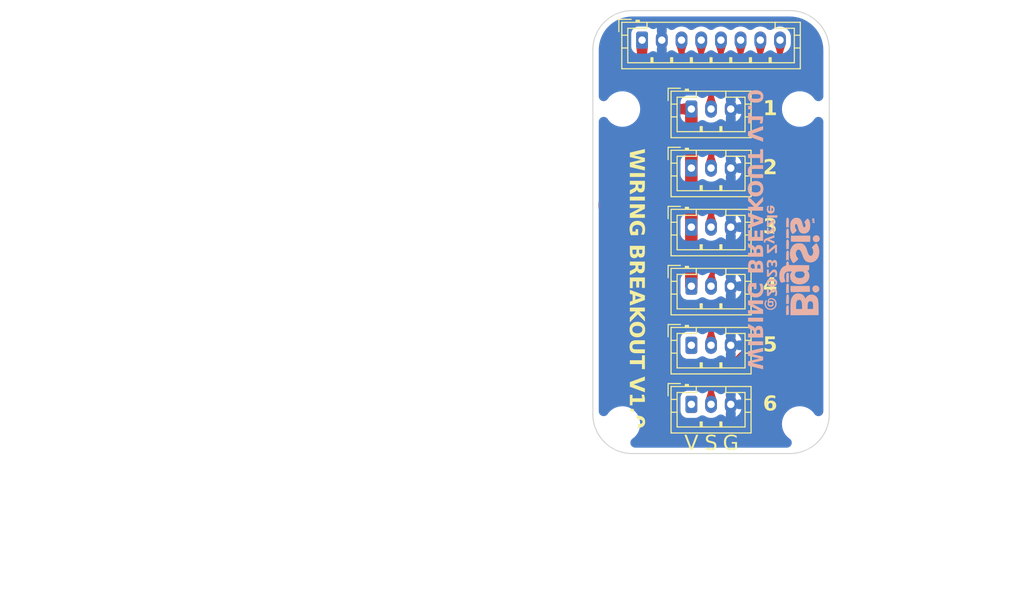
<source format=kicad_pcb>
(kicad_pcb (version 20221018) (generator pcbnew)
  (layers (0 "F.Cu" signal) (31 "B.Cu" signal) (34 "B.Paste" user) (35 "F.Paste" user) (36 "B.SilkS" user "B.Silkscreen") (37 "F.SilkS" user "F.Silkscreen") (38 "B.Mask" user) (39 "F.Mask" user) (44 "Edge.Cuts" user))
  (net 0 "")
  (net 1 "+5V")
  (net 2 "/SIG_1")
  (net 3 "GND")
  (net 4 "/SIG_2")
  (net 5 "/SIG_3")
  (net 6 "/SIG_4")
  (net 7 "/SIG_5")
  (net 8 "/SIG_6")
  (footprint "Connector_JST:JST_PH_B3B-PH-K_1x03_P2.00mm_Vertical" (layer "F.Cu") (at 80 67)
    (fp_text reference "J2" hide)
    (fp_text value "Conn_01x03")
    (fp_line (start -2.36 -2.11) (end -2.36 -0.86) (stroke (width 0.12)) (layer "F.SilkS"))
    (fp_line (start -2.06 -1.81) (end -2.06 2.91) (stroke (width 0.12)) (layer "F.SilkS"))
    (fp_line (start -2.06 -0.5) (end -1.45 -0.5) (stroke (width 0.12)) (layer "F.SilkS"))
    (fp_line (start -2.06 0.8) (end -1.45 0.8) (stroke (width 0.12)) (layer "F.SilkS"))
    (fp_line (start -2.06 2.91) (end 6.06 2.91) (stroke (width 0.12)) (layer "F.SilkS"))
    (fp_line (start -1.45 -1.2) (end -1.45 2.3) (stroke (width 0.12)) (layer "F.SilkS"))
    (fp_line (start -1.45 2.3) (end 5.45 2.3) (stroke (width 0.12)) (layer "F.SilkS"))
    (fp_line (start -1.11 -2.11) (end -2.36 -2.11) (stroke (width 0.12)) (layer "F.SilkS"))
    (fp_line (start -0.6 -2.01) (end -0.6 -1.81) (stroke (width 0.12)) (layer "F.SilkS"))
    (fp_line (start -0.3 -2.01) (end -0.6 -2.01) (stroke (width 0.12)) (layer "F.SilkS"))
    (fp_line (start -0.3 -1.91) (end -0.6 -1.91) (stroke (width 0.12)) (layer "F.SilkS"))
    (fp_line (start -0.3 -1.81) (end -0.3 -2.01) (stroke (width 0.12)) (layer "F.SilkS"))
    (fp_line (start 0.5 -1.81) (end 0.5 -1.2) (stroke (width 0.12)) (layer "F.SilkS"))
    (fp_line (start 0.5 -1.2) (end -1.45 -1.2) (stroke (width 0.12)) (layer "F.SilkS"))
    (fp_line (start 0.9 1.8) (end 1.1 1.8) (stroke (width 0.12)) (layer "F.SilkS"))
    (fp_line (start 0.9 2.3) (end 0.9 1.8) (stroke (width 0.12)) (layer "F.SilkS"))
    (fp_line (start 1 2.3) (end 1 1.8) (stroke (width 0.12)) (layer "F.SilkS"))
    (fp_line (start 1.1 1.8) (end 1.1 2.3) (stroke (width 0.12)) (layer "F.SilkS"))
    (fp_line (start 2.9 1.8) (end 3.1 1.8) (stroke (width 0.12)) (layer "F.SilkS"))
    (fp_line (start 2.9 2.3) (end 2.9 1.8) (stroke (width 0.12)) (layer "F.SilkS"))
    (fp_line (start 3 2.3) (end 3 1.8) (stroke (width 0.12)) (layer "F.SilkS"))
    (fp_line (start 3.1 1.8) (end 3.1 2.3) (stroke (width 0.12)) (layer "F.SilkS"))
    (fp_line (start 3.5 -1.2) (end 3.5 -1.81) (stroke (width 0.12)) (layer "F.SilkS"))
    (fp_line (start 5.45 -1.2) (end 3.5 -1.2) (stroke (width 0.12)) (layer "F.SilkS"))
    (fp_line (start 5.45 2.3) (end 5.45 -1.2) (stroke (width 0.12)) (layer "F.SilkS"))
    (fp_line (start 6.06 -1.81) (end -2.06 -1.81) (stroke (width 0.12)) (layer "F.SilkS"))
    (fp_line (start 6.06 -0.5) (end 5.45 -0.5) (stroke (width 0.12)) (layer "F.SilkS"))
    (fp_line (start 6.06 0.8) (end 5.45 0.8) (stroke (width 0.12)) (layer "F.SilkS"))
    (fp_line (start 6.06 2.91) (end 6.06 -1.81) (stroke (width 0.12)) (layer "F.SilkS"))
    (pad "1" thru_hole roundrect (at 0 0) (size 1.2 1.75) (drill 0.75) (layers "*.Cu" "*.Mask") (roundrect_rratio 0.2083333333) (net 1 "+5V"))
    (pad "2" thru_hole oval (at 2 0) (size 1.2 1.75) (drill 0.75) (layers "*.Cu" "*.Mask") (net 4 "/SIG_2"))
    (pad "3" thru_hole oval (at 4 0) (size 1.2 1.75) (drill 0.75) (layers "*.Cu" "*.Mask") (net 3 "GND"))
  )
  (footprint "MountingHole:MountingHole_3.2mm_M3_ISO7380" (layer "F.Cu") (at 91 61)
    (fp_text reference "H4" hide)
    (fp_text value "MountingHole")
    (pad "" np_thru_hole circle (at 0 0) (size 3.2 3.2) (drill 3.2) (layers "*.Cu" "*.Mask"))
  )
  (footprint "Connector_JST:JST_PH_B3B-PH-K_1x03_P2.00mm_Vertical" (layer "F.Cu") (at 80 73)
    (fp_text reference "J3" hide)
    (fp_text value "Conn_01x03")
    (fp_line (start -2.36 -2.11) (end -2.36 -0.86) (stroke (width 0.12)) (layer "F.SilkS"))
    (fp_line (start -2.06 -1.81) (end -2.06 2.91) (stroke (width 0.12)) (layer "F.SilkS"))
    (fp_line (start -2.06 -0.5) (end -1.45 -0.5) (stroke (width 0.12)) (layer "F.SilkS"))
    (fp_line (start -2.06 0.8) (end -1.45 0.8) (stroke (width 0.12)) (layer "F.SilkS"))
    (fp_line (start -2.06 2.91) (end 6.06 2.91) (stroke (width 0.12)) (layer "F.SilkS"))
    (fp_line (start -1.45 -1.2) (end -1.45 2.3) (stroke (width 0.12)) (layer "F.SilkS"))
    (fp_line (start -1.45 2.3) (end 5.45 2.3) (stroke (width 0.12)) (layer "F.SilkS"))
    (fp_line (start -1.11 -2.11) (end -2.36 -2.11) (stroke (width 0.12)) (layer "F.SilkS"))
    (fp_line (start -0.6 -2.01) (end -0.6 -1.81) (stroke (width 0.12)) (layer "F.SilkS"))
    (fp_line (start -0.3 -2.01) (end -0.6 -2.01) (stroke (width 0.12)) (layer "F.SilkS"))
    (fp_line (start -0.3 -1.91) (end -0.6 -1.91) (stroke (width 0.12)) (layer "F.SilkS"))
    (fp_line (start -0.3 -1.81) (end -0.3 -2.01) (stroke (width 0.12)) (layer "F.SilkS"))
    (fp_line (start 0.5 -1.81) (end 0.5 -1.2) (stroke (width 0.12)) (layer "F.SilkS"))
    (fp_line (start 0.5 -1.2) (end -1.45 -1.2) (stroke (width 0.12)) (layer "F.SilkS"))
    (fp_line (start 0.9 1.8) (end 1.1 1.8) (stroke (width 0.12)) (layer "F.SilkS"))
    (fp_line (start 0.9 2.3) (end 0.9 1.8) (stroke (width 0.12)) (layer "F.SilkS"))
    (fp_line (start 1 2.3) (end 1 1.8) (stroke (width 0.12)) (layer "F.SilkS"))
    (fp_line (start 1.1 1.8) (end 1.1 2.3) (stroke (width 0.12)) (layer "F.SilkS"))
    (fp_line (start 2.9 1.8) (end 3.1 1.8) (stroke (width 0.12)) (layer "F.SilkS"))
    (fp_line (start 2.9 2.3) (end 2.9 1.8) (stroke (width 0.12)) (layer "F.SilkS"))
    (fp_line (start 3 2.3) (end 3 1.8) (stroke (width 0.12)) (layer "F.SilkS"))
    (fp_line (start 3.1 1.8) (end 3.1 2.3) (stroke (width 0.12)) (layer "F.SilkS"))
    (fp_line (start 3.5 -1.2) (end 3.5 -1.81) (stroke (width 0.12)) (layer "F.SilkS"))
    (fp_line (start 5.45 -1.2) (end 3.5 -1.2) (stroke (width 0.12)) (layer "F.SilkS"))
    (fp_line (start 5.45 2.3) (end 5.45 -1.2) (stroke (width 0.12)) (layer "F.SilkS"))
    (fp_line (start 6.06 -1.81) (end -2.06 -1.81) (stroke (width 0.12)) (layer "F.SilkS"))
    (fp_line (start 6.06 -0.5) (end 5.45 -0.5) (stroke (width 0.12)) (layer "F.SilkS"))
    (fp_line (start 6.06 0.8) (end 5.45 0.8) (stroke (width 0.12)) (layer "F.SilkS"))
    (fp_line (start 6.06 2.91) (end 6.06 -1.81) (stroke (width 0.12)) (layer "F.SilkS"))
    (pad "1" thru_hole roundrect (at 0 0) (size 1.2 1.75) (drill 0.75) (layers "*.Cu" "*.Mask") (roundrect_rratio 0.2083333333) (net 1 "+5V"))
    (pad "2" thru_hole oval (at 2 0) (size 1.2 1.75) (drill 0.75) (layers "*.Cu" "*.Mask") (net 5 "/SIG_3"))
    (pad "3" thru_hole oval (at 4 0) (size 1.2 1.75) (drill 0.75) (layers "*.Cu" "*.Mask") (net 3 "GND"))
  )
  (footprint "Connector_JST:JST_PH_B3B-PH-K_1x03_P2.00mm_Vertical" (layer "F.Cu") (at 80 61)
    (fp_text reference "J1" hide)
    (fp_text value "Conn_01x03")
    (fp_line (start -2.36 -2.11) (end -2.36 -0.86) (stroke (width 0.12)) (layer "F.SilkS"))
    (fp_line (start -2.06 -1.81) (end -2.06 2.91) (stroke (width 0.12)) (layer "F.SilkS"))
    (fp_line (start -2.06 -0.5) (end -1.45 -0.5) (stroke (width 0.12)) (layer "F.SilkS"))
    (fp_line (start -2.06 0.8) (end -1.45 0.8) (stroke (width 0.12)) (layer "F.SilkS"))
    (fp_line (start -2.06 2.91) (end 6.06 2.91) (stroke (width 0.12)) (layer "F.SilkS"))
    (fp_line (start -1.45 -1.2) (end -1.45 2.3) (stroke (width 0.12)) (layer "F.SilkS"))
    (fp_line (start -1.45 2.3) (end 5.45 2.3) (stroke (width 0.12)) (layer "F.SilkS"))
    (fp_line (start -1.11 -2.11) (end -2.36 -2.11) (stroke (width 0.12)) (layer "F.SilkS"))
    (fp_line (start -0.6 -2.01) (end -0.6 -1.81) (stroke (width 0.12)) (layer "F.SilkS"))
    (fp_line (start -0.3 -2.01) (end -0.6 -2.01) (stroke (width 0.12)) (layer "F.SilkS"))
    (fp_line (start -0.3 -1.91) (end -0.6 -1.91) (stroke (width 0.12)) (layer "F.SilkS"))
    (fp_line (start -0.3 -1.81) (end -0.3 -2.01) (stroke (width 0.12)) (layer "F.SilkS"))
    (fp_line (start 0.5 -1.81) (end 0.5 -1.2) (stroke (width 0.12)) (layer "F.SilkS"))
    (fp_line (start 0.5 -1.2) (end -1.45 -1.2) (stroke (width 0.12)) (layer "F.SilkS"))
    (fp_line (start 0.9 1.8) (end 1.1 1.8) (stroke (width 0.12)) (layer "F.SilkS"))
    (fp_line (start 0.9 2.3) (end 0.9 1.8) (stroke (width 0.12)) (layer "F.SilkS"))
    (fp_line (start 1 2.3) (end 1 1.8) (stroke (width 0.12)) (layer "F.SilkS"))
    (fp_line (start 1.1 1.8) (end 1.1 2.3) (stroke (width 0.12)) (layer "F.SilkS"))
    (fp_line (start 2.9 1.8) (end 3.1 1.8) (stroke (width 0.12)) (layer "F.SilkS"))
    (fp_line (start 2.9 2.3) (end 2.9 1.8) (stroke (width 0.12)) (layer "F.SilkS"))
    (fp_line (start 3 2.3) (end 3 1.8) (stroke (width 0.12)) (layer "F.SilkS"))
    (fp_line (start 3.1 1.8) (end 3.1 2.3) (stroke (width 0.12)) (layer "F.SilkS"))
    (fp_line (start 3.5 -1.2) (end 3.5 -1.81) (stroke (width 0.12)) (layer "F.SilkS"))
    (fp_line (start 5.45 -1.2) (end 3.5 -1.2) (stroke (width 0.12)) (layer "F.SilkS"))
    (fp_line (start 5.45 2.3) (end 5.45 -1.2) (stroke (width 0.12)) (layer "F.SilkS"))
    (fp_line (start 6.06 -1.81) (end -2.06 -1.81) (stroke (width 0.12)) (layer "F.SilkS"))
    (fp_line (start 6.06 -0.5) (end 5.45 -0.5) (stroke (width 0.12)) (layer "F.SilkS"))
    (fp_line (start 6.06 0.8) (end 5.45 0.8) (stroke (width 0.12)) (layer "F.SilkS"))
    (fp_line (start 6.06 2.91) (end 6.06 -1.81) (stroke (width 0.12)) (layer "F.SilkS"))
    (pad "1" thru_hole roundrect (at 0 0) (size 1.2 1.75) (drill 0.75) (layers "*.Cu" "*.Mask") (roundrect_rratio 0.2083333333) (net 1 "+5V"))
    (pad "2" thru_hole oval (at 2 0) (size 1.2 1.75) (drill 0.75) (layers "*.Cu" "*.Mask") (net 2 "/SIG_1"))
    (pad "3" thru_hole oval (at 4 0) (size 1.2 1.75) (drill 0.75) (layers "*.Cu" "*.Mask") (net 3 "GND"))
  )
  (footprint "Connector_JST:JST_PH_B8B-PH-K_1x08_P2.00mm_Vertical" (layer "F.Cu") (at 75 54)
    (fp_text reference "J7" hide)
    (fp_text value "Conn_01x08")
    (fp_line (start -2.36 -2.11) (end -2.36 -0.86) (stroke (width 0.12)) (layer "F.SilkS"))
    (fp_line (start -2.06 -1.81) (end -2.06 2.91) (stroke (width 0.12)) (layer "F.SilkS"))
    (fp_line (start -2.06 -0.5) (end -1.45 -0.5) (stroke (width 0.12)) (layer "F.SilkS"))
    (fp_line (start -2.06 0.8) (end -1.45 0.8) (stroke (width 0.12)) (layer "F.SilkS"))
    (fp_line (start -2.06 2.91) (end 16.06 2.91) (stroke (width 0.12)) (layer "F.SilkS"))
    (fp_line (start -1.45 -1.2) (end -1.45 2.3) (stroke (width 0.12)) (layer "F.SilkS"))
    (fp_line (start -1.45 2.3) (end 15.45 2.3) (stroke (width 0.12)) (layer "F.SilkS"))
    (fp_line (start -1.11 -2.11) (end -2.36 -2.11) (stroke (width 0.12)) (layer "F.SilkS"))
    (fp_line (start -0.6 -2.01) (end -0.6 -1.81) (stroke (width 0.12)) (layer "F.SilkS"))
    (fp_line (start -0.3 -2.01) (end -0.6 -2.01) (stroke (width 0.12)) (layer "F.SilkS"))
    (fp_line (start -0.3 -1.91) (end -0.6 -1.91) (stroke (width 0.12)) (layer "F.SilkS"))
    (fp_line (start -0.3 -1.81) (end -0.3 -2.01) (stroke (width 0.12)) (layer "F.SilkS"))
    (fp_line (start 0.5 -1.81) (end 0.5 -1.2) (stroke (width 0.12)) (layer "F.SilkS"))
    (fp_line (start 0.5 -1.2) (end -1.45 -1.2) (stroke (width 0.12)) (layer "F.SilkS"))
    (fp_line (start 0.9 1.8) (end 1.1 1.8) (stroke (width 0.12)) (layer "F.SilkS"))
    (fp_line (start 0.9 2.3) (end 0.9 1.8) (stroke (width 0.12)) (layer "F.SilkS"))
    (fp_line (start 1 2.3) (end 1 1.8) (stroke (width 0.12)) (layer "F.SilkS"))
    (fp_line (start 1.1 1.8) (end 1.1 2.3) (stroke (width 0.12)) (layer "F.SilkS"))
    (fp_line (start 2.9 1.8) (end 3.1 1.8) (stroke (width 0.12)) (layer "F.SilkS"))
    (fp_line (start 2.9 2.3) (end 2.9 1.8) (stroke (width 0.12)) (layer "F.SilkS"))
    (fp_line (start 3 2.3) (end 3 1.8) (stroke (width 0.12)) (layer "F.SilkS"))
    (fp_line (start 3.1 1.8) (end 3.1 2.3) (stroke (width 0.12)) (layer "F.SilkS"))
    (fp_line (start 4.9 1.8) (end 5.1 1.8) (stroke (width 0.12)) (layer "F.SilkS"))
    (fp_line (start 4.9 2.3) (end 4.9 1.8) (stroke (width 0.12)) (layer "F.SilkS"))
    (fp_line (start 5 2.3) (end 5 1.8) (stroke (width 0.12)) (layer "F.SilkS"))
    (fp_line (start 5.1 1.8) (end 5.1 2.3) (stroke (width 0.12)) (layer "F.SilkS"))
    (fp_line (start 6.9 1.8) (end 7.1 1.8) (stroke (width 0.12)) (layer "F.SilkS"))
    (fp_line (start 6.9 2.3) (end 6.9 1.8) (stroke (width 0.12)) (layer "F.SilkS"))
    (fp_line (start 7 2.3) (end 7 1.8) (stroke (width 0.12)) (layer "F.SilkS"))
    (fp_line (start 7.1 1.8) (end 7.1 2.3) (stroke (width 0.12)) (layer "F.SilkS"))
    (fp_line (start 8.9 1.8) (end 9.1 1.8) (stroke (width 0.12)) (layer "F.SilkS"))
    (fp_line (start 8.9 2.3) (end 8.9 1.8) (stroke (width 0.12)) (layer "F.SilkS"))
    (fp_line (start 9 2.3) (end 9 1.8) (stroke (width 0.12)) (layer "F.SilkS"))
    (fp_line (start 9.1 1.8) (end 9.1 2.3) (stroke (width 0.12)) (layer "F.SilkS"))
    (fp_line (start 10.9 1.8) (end 11.1 1.8) (stroke (width 0.12)) (layer "F.SilkS"))
    (fp_line (start 10.9 2.3) (end 10.9 1.8) (stroke (width 0.12)) (layer "F.SilkS"))
    (fp_line (start 11 2.3) (end 11 1.8) (stroke (width 0.12)) (layer "F.SilkS"))
    (fp_line (start 11.1 1.8) (end 11.1 2.3) (stroke (width 0.12)) (layer "F.SilkS"))
    (fp_line (start 12.9 1.8) (end 13.1 1.8) (stroke (width 0.12)) (layer "F.SilkS"))
    (fp_line (start 12.9 2.3) (end 12.9 1.8) (stroke (width 0.12)) (layer "F.SilkS"))
    (fp_line (start 13 2.3) (end 13 1.8) (stroke (width 0.12)) (layer "F.SilkS"))
    (fp_line (start 13.1 1.8) (end 13.1 2.3) (stroke (width 0.12)) (layer "F.SilkS"))
    (fp_line (start 13.5 -1.2) (end 13.5 -1.81) (stroke (width 0.12)) (layer "F.SilkS"))
    (fp_line (start 15.45 -1.2) (end 13.5 -1.2) (stroke (width 0.12)) (layer "F.SilkS"))
    (fp_line (start 15.45 2.3) (end 15.45 -1.2) (stroke (width 0.12)) (layer "F.SilkS"))
    (fp_line (start 16.06 -1.81) (end -2.06 -1.81) (stroke (width 0.12)) (layer "F.SilkS"))
    (fp_line (start 16.06 -0.5) (end 15.45 -0.5) (stroke (width 0.12)) (layer "F.SilkS"))
    (fp_line (start 16.06 0.8) (end 15.45 0.8) (stroke (width 0.12)) (layer "F.SilkS"))
    (fp_line (start 16.06 2.91) (end 16.06 -1.81) (stroke (width 0.12)) (layer "F.SilkS"))
    (pad "1" thru_hole roundrect (at 0 0) (size 1.2 1.75) (drill 0.75) (layers "*.Cu" "*.Mask") (roundrect_rratio 0.2083333333) (net 1 "+5V"))
    (pad "2" thru_hole oval (at 2 0) (size 1.2 1.75) (drill 0.75) (layers "*.Cu" "*.Mask") (net 3 "GND"))
    (pad "3" thru_hole oval (at 4 0) (size 1.2 1.75) (drill 0.75) (layers "*.Cu" "*.Mask") (net 2 "/SIG_1"))
    (pad "4" thru_hole oval (at 6 0) (size 1.2 1.75) (drill 0.75) (layers "*.Cu" "*.Mask") (net 4 "/SIG_2"))
    (pad "5" thru_hole oval (at 8 0) (size 1.2 1.75) (drill 0.75) (layers "*.Cu" "*.Mask") (net 5 "/SIG_3"))
    (pad "6" thru_hole oval (at 10 0) (size 1.2 1.75) (drill 0.75) (layers "*.Cu" "*.Mask") (net 6 "/SIG_4"))
    (pad "7" thru_hole oval (at 12 0) (size 1.2 1.75) (drill 0.75) (layers "*.Cu" "*.Mask") (net 7 "/SIG_5"))
    (pad "8" thru_hole oval (at 14 0) (size 1.2 1.75) (drill 0.75) (layers "*.Cu" "*.Mask") (net 8 "/SIG_6"))
  )
  (footprint "MountingHole:MountingHole_3.2mm_M3_ISO7380" (layer "F.Cu") (at 91 93)
    (fp_text reference "H2" hide)
    (fp_text value "MountingHole")
    (pad "" np_thru_hole circle (at 0 0) (size 3.2 3.2) (drill 3.2) (layers "*.Cu" "*.Mask"))
  )
  (footprint "Connector_JST:JST_PH_B3B-PH-K_1x03_P2.00mm_Vertical" (layer "F.Cu") (at 80 91)
    (fp_text reference "J6" hide)
    (fp_text value "Conn_01x03")
    (fp_line (start -2.36 -2.11) (end -2.36 -0.86) (stroke (width 0.12)) (layer "F.SilkS"))
    (fp_line (start -2.06 -1.81) (end -2.06 2.91) (stroke (width 0.12)) (layer "F.SilkS"))
    (fp_line (start -2.06 -0.5) (end -1.45 -0.5) (stroke (width 0.12)) (layer "F.SilkS"))
    (fp_line (start -2.06 0.8) (end -1.45 0.8) (stroke (width 0.12)) (layer "F.SilkS"))
    (fp_line (start -2.06 2.91) (end 6.06 2.91) (stroke (width 0.12)) (layer "F.SilkS"))
    (fp_line (start -1.45 -1.2) (end -1.45 2.3) (stroke (width 0.12)) (layer "F.SilkS"))
    (fp_line (start -1.45 2.3) (end 5.45 2.3) (stroke (width 0.12)) (layer "F.SilkS"))
    (fp_line (start -1.11 -2.11) (end -2.36 -2.11) (stroke (width 0.12)) (layer "F.SilkS"))
    (fp_line (start -0.6 -2.01) (end -0.6 -1.81) (stroke (width 0.12)) (layer "F.SilkS"))
    (fp_line (start -0.3 -2.01) (end -0.6 -2.01) (stroke (width 0.12)) (layer "F.SilkS"))
    (fp_line (start -0.3 -1.91) (end -0.6 -1.91) (stroke (width 0.12)) (layer "F.SilkS"))
    (fp_line (start -0.3 -1.81) (end -0.3 -2.01) (stroke (width 0.12)) (layer "F.SilkS"))
    (fp_line (start 0.5 -1.81) (end 0.5 -1.2) (stroke (width 0.12)) (layer "F.SilkS"))
    (fp_line (start 0.5 -1.2) (end -1.45 -1.2) (stroke (width 0.12)) (layer "F.SilkS"))
    (fp_line (start 0.9 1.8) (end 1.1 1.8) (stroke (width 0.12)) (layer "F.SilkS"))
    (fp_line (start 0.9 2.3) (end 0.9 1.8) (stroke (width 0.12)) (layer "F.SilkS"))
    (fp_line (start 1 2.3) (end 1 1.8) (stroke (width 0.12)) (layer "F.SilkS"))
    (fp_line (start 1.1 1.8) (end 1.1 2.3) (stroke (width 0.12)) (layer "F.SilkS"))
    (fp_line (start 2.9 1.8) (end 3.1 1.8) (stroke (width 0.12)) (layer "F.SilkS"))
    (fp_line (start 2.9 2.3) (end 2.9 1.8) (stroke (width 0.12)) (layer "F.SilkS"))
    (fp_line (start 3 2.3) (end 3 1.8) (stroke (width 0.12)) (layer "F.SilkS"))
    (fp_line (start 3.1 1.8) (end 3.1 2.3) (stroke (width 0.12)) (layer "F.SilkS"))
    (fp_line (start 3.5 -1.2) (end 3.5 -1.81) (stroke (width 0.12)) (layer "F.SilkS"))
    (fp_line (start 5.45 -1.2) (end 3.5 -1.2) (stroke (width 0.12)) (layer "F.SilkS"))
    (fp_line (start 5.45 2.3) (end 5.45 -1.2) (stroke (width 0.12)) (layer "F.SilkS"))
    (fp_line (start 6.06 -1.81) (end -2.06 -1.81) (stroke (width 0.12)) (layer "F.SilkS"))
    (fp_line (start 6.06 -0.5) (end 5.45 -0.5) (stroke (width 0.12)) (layer "F.SilkS"))
    (fp_line (start 6.06 0.8) (end 5.45 0.8) (stroke (width 0.12)) (layer "F.SilkS"))
    (fp_line (start 6.06 2.91) (end 6.06 -1.81) (stroke (width 0.12)) (layer "F.SilkS"))
    (pad "1" thru_hole roundrect (at 0 0) (size 1.2 1.75) (drill 0.75) (layers "*.Cu" "*.Mask") (roundrect_rratio 0.2083333333) (net 1 "+5V"))
    (pad "2" thru_hole oval (at 2 0) (size 1.2 1.75) (drill 0.75) (layers "*.Cu" "*.Mask") (net 8 "/SIG_6"))
    (pad "3" thru_hole oval (at 4 0) (size 1.2 1.75) (drill 0.75) (layers "*.Cu" "*.Mask") (net 3 "GND"))
  )
  (footprint "MountingHole:MountingHole_3.2mm_M3_ISO7380" (layer "F.Cu") (at 73 93)
    (fp_text reference "H1" hide)
    (fp_text value "MountingHole")
    (pad "" np_thru_hole circle (at 0 0) (size 3.2 3.2) (drill 3.2) (layers "*.Cu" "*.Mask"))
  )
  (footprint "MountingHole:MountingHole_3.2mm_M3_ISO7380" (layer "F.Cu") (at 73 61)
    (fp_text reference "H3" hide)
    (fp_text value "MountingHole")
    (pad "" np_thru_hole circle (at 0 0) (size 3.2 3.2) (drill 3.2) (layers "*.Cu" "*.Mask"))
  )
  (footprint "Connector_JST:JST_PH_B3B-PH-K_1x03_P2.00mm_Vertical" (layer "F.Cu") (at 80 85)
    (fp_text reference "J5" hide)
    (fp_text value "Conn_01x03")
    (fp_line (start -2.36 -2.11) (end -2.36 -0.86) (stroke (width 0.12)) (layer "F.SilkS"))
    (fp_line (start -2.06 -1.81) (end -2.06 2.91) (stroke (width 0.12)) (layer "F.SilkS"))
    (fp_line (start -2.06 -0.5) (end -1.45 -0.5) (stroke (width 0.12)) (layer "F.SilkS"))
    (fp_line (start -2.06 0.8) (end -1.45 0.8) (stroke (width 0.12)) (layer "F.SilkS"))
    (fp_line (start -2.06 2.91) (end 6.06 2.91) (stroke (width 0.12)) (layer "F.SilkS"))
    (fp_line (start -1.45 -1.2) (end -1.45 2.3) (stroke (width 0.12)) (layer "F.SilkS"))
    (fp_line (start -1.45 2.3) (end 5.45 2.3) (stroke (width 0.12)) (layer "F.SilkS"))
    (fp_line (start -1.11 -2.11) (end -2.36 -2.11) (stroke (width 0.12)) (layer "F.SilkS"))
    (fp_line (start -0.6 -2.01) (end -0.6 -1.81) (stroke (width 0.12)) (layer "F.SilkS"))
    (fp_line (start -0.3 -2.01) (end -0.6 -2.01) (stroke (width 0.12)) (layer "F.SilkS"))
    (fp_line (start -0.3 -1.91) (end -0.6 -1.91) (stroke (width 0.12)) (layer "F.SilkS"))
    (fp_line (start -0.3 -1.81) (end -0.3 -2.01) (stroke (width 0.12)) (layer "F.SilkS"))
    (fp_line (start 0.5 -1.81) (end 0.5 -1.2) (stroke (width 0.12)) (layer "F.SilkS"))
    (fp_line (start 0.5 -1.2) (end -1.45 -1.2) (stroke (width 0.12)) (layer "F.SilkS"))
    (fp_line (start 0.9 1.8) (end 1.1 1.8) (stroke (width 0.12)) (layer "F.SilkS"))
    (fp_line (start 0.9 2.3) (end 0.9 1.8) (stroke (width 0.12)) (layer "F.SilkS"))
    (fp_line (start 1 2.3) (end 1 1.8) (stroke (width 0.12)) (layer "F.SilkS"))
    (fp_line (start 1.1 1.8) (end 1.1 2.3) (stroke (width 0.12)) (layer "F.SilkS"))
    (fp_line (start 2.9 1.8) (end 3.1 1.8) (stroke (width 0.12)) (layer "F.SilkS"))
    (fp_line (start 2.9 2.3) (end 2.9 1.8) (stroke (width 0.12)) (layer "F.SilkS"))
    (fp_line (start 3 2.3) (end 3 1.8) (stroke (width 0.12)) (layer "F.SilkS"))
    (fp_line (start 3.1 1.8) (end 3.1 2.3) (stroke (width 0.12)) (layer "F.SilkS"))
    (fp_line (start 3.5 -1.2) (end 3.5 -1.81) (stroke (width 0.12)) (layer "F.SilkS"))
    (fp_line (start 5.45 -1.2) (end 3.5 -1.2) (stroke (width 0.12)) (layer "F.SilkS"))
    (fp_line (start 5.45 2.3) (end 5.45 -1.2) (stroke (width 0.12)) (layer "F.SilkS"))
    (fp_line (start 6.06 -1.81) (end -2.06 -1.81) (stroke (width 0.12)) (layer "F.SilkS"))
    (fp_line (start 6.06 -0.5) (end 5.45 -0.5) (stroke (width 0.12)) (layer "F.SilkS"))
    (fp_line (start 6.06 0.8) (end 5.45 0.8) (stroke (width 0.12)) (layer "F.SilkS"))
    (fp_line (start 6.06 2.91) (end 6.06 -1.81) (stroke (width 0.12)) (layer "F.SilkS"))
    (pad "1" thru_hole roundrect (at 0 0) (size 1.2 1.75) (drill 0.75) (layers "*.Cu" "*.Mask") (roundrect_rratio 0.2083333333) (net 1 "+5V"))
    (pad "2" thru_hole oval (at 2 0) (size 1.2 1.75) (drill 0.75) (layers "*.Cu" "*.Mask") (net 7 "/SIG_5"))
    (pad "3" thru_hole oval (at 4 0) (size 1.2 1.75) (drill 0.75) (layers "*.Cu" "*.Mask") (net 3 "GND"))
  )
  (footprint "Connector_JST:JST_PH_B3B-PH-K_1x03_P2.00mm_Vertical" (layer "F.Cu") (at 80 79)
    (fp_text reference "J4" hide)
    (fp_text value "Conn_01x03")
    (fp_line (start -2.36 -2.11) (end -2.36 -0.86) (stroke (width 0.12)) (layer "F.SilkS"))
    (fp_line (start -2.06 -1.81) (end -2.06 2.91) (stroke (width 0.12)) (layer "F.SilkS"))
    (fp_line (start -2.06 -0.5) (end -1.45 -0.5) (stroke (width 0.12)) (layer "F.SilkS"))
    (fp_line (start -2.06 0.8) (end -1.45 0.8) (stroke (width 0.12)) (layer "F.SilkS"))
    (fp_line (start -2.06 2.91) (end 6.06 2.91) (stroke (width 0.12)) (layer "F.SilkS"))
    (fp_line (start -1.45 -1.2) (end -1.45 2.3) (stroke (width 0.12)) (layer "F.SilkS"))
    (fp_line (start -1.45 2.3) (end 5.45 2.3) (stroke (width 0.12)) (layer "F.SilkS"))
    (fp_line (start -1.11 -2.11) (end -2.36 -2.11) (stroke (width 0.12)) (layer "F.SilkS"))
    (fp_line (start -0.6 -2.01) (end -0.6 -1.81) (stroke (width 0.12)) (layer "F.SilkS"))
    (fp_line (start -0.3 -2.01) (end -0.6 -2.01) (stroke (width 0.12)) (layer "F.SilkS"))
    (fp_line (start -0.3 -1.91) (end -0.6 -1.91) (stroke (width 0.12)) (layer "F.SilkS"))
    (fp_line (start -0.3 -1.81) (end -0.3 -2.01) (stroke (width 0.12)) (layer "F.SilkS"))
    (fp_line (start 0.5 -1.81) (end 0.5 -1.2) (stroke (width 0.12)) (layer "F.SilkS"))
    (fp_line (start 0.5 -1.2) (end -1.45 -1.2) (stroke (width 0.12)) (layer "F.SilkS"))
    (fp_line (start 0.9 1.8) (end 1.1 1.8) (stroke (width 0.12)) (layer "F.SilkS"))
    (fp_line (start 0.9 2.3) (end 0.9 1.8) (stroke (width 0.12)) (layer "F.SilkS"))
    (fp_line (start 1 2.3) (end 1 1.8) (stroke (width 0.12)) (layer "F.SilkS"))
    (fp_line (start 1.1 1.8) (end 1.1 2.3) (stroke (width 0.12)) (layer "F.SilkS"))
    (fp_line (start 2.9 1.8) (end 3.1 1.8) (stroke (width 0.12)) (layer "F.SilkS"))
    (fp_line (start 2.9 2.3) (end 2.9 1.8) (stroke (width 0.12)) (layer "F.SilkS"))
    (fp_line (start 3 2.3) (end 3 1.8) (stroke (width 0.12)) (layer "F.SilkS"))
    (fp_line (start 3.1 1.8) (end 3.1 2.3) (stroke (width 0.12)) (layer "F.SilkS"))
    (fp_line (start 3.5 -1.2) (end 3.5 -1.81) (stroke (width 0.12)) (layer "F.SilkS"))
    (fp_line (start 5.45 -1.2) (end 3.5 -1.2) (stroke (width 0.12)) (layer "F.SilkS"))
    (fp_line (start 5.45 2.3) (end 5.45 -1.2) (stroke (width 0.12)) (layer "F.SilkS"))
    (fp_line (start 6.06 -1.81) (end -2.06 -1.81) (stroke (width 0.12)) (layer "F.SilkS"))
    (fp_line (start 6.06 -0.5) (end 5.45 -0.5) (stroke (width 0.12)) (layer "F.SilkS"))
    (fp_line (start 6.06 0.8) (end 5.45 0.8) (stroke (width 0.12)) (layer "F.SilkS"))
    (fp_line (start 6.06 2.91) (end 6.06 -1.81) (stroke (width 0.12)) (layer "F.SilkS"))
    (pad "1" thru_hole roundrect (at 0 0) (size 1.2 1.75) (drill 0.75) (layers "*.Cu" "*.Mask") (roundrect_rratio 0.2083333333) (net 1 "+5V"))
    (pad "2" thru_hole oval (at 2 0) (size 1.2 1.75) (drill 0.75) (layers "*.Cu" "*.Mask") (net 6 "/SIG_4"))
    (pad "3" thru_hole oval (at 4 0) (size 1.2 1.75) (drill 0.75) (layers "*.Cu" "*.Mask") (net 3 "GND"))
  )
  (footprint "LOGO" (layer "B.Cu") (at 91 77 90)
    (fp_text reference "G***" hide)
    (fp_text value "LOGO" hide)
    (fp_poly (pts (xy -2.198683 1.987181) (xy -2.081105 1.938136) (xy -1.984435 1.841378) (xy -1.940685 1.756156) (xy -1.914922 1.612082) (xy -1.943929 1.484664) (xy -2.016175 1.381409) (xy -2.120129 1.309821) (xy -2.244259 1.277408) (xy -2.377033 1.291673) (xy -2.506921 1.360124) (xy -2.525449 1.375536) (xy -2.602655 1.454668) (xy -2.637015 1.529996) (xy -2.643742 1.610969) (xy -2.617245 1.760092) (xy -2.546449 1.874968) (xy -2.444396 1.952903) (xy -2.324127 1.991205)) (fill solid) (layer "B.SilkS"))
    (fp_poly (pts (xy 2.922113 2.019112) (xy 3.036607 1.962339) (xy 3.121651 1.886056) (xy 3.141081 1.854125) (xy 3.178981 1.705273) (xy 3.161587 1.567564) (xy 3.098805 1.45095) (xy 3.000544 1.36538) (xy 2.87671 1.320804) (xy 2.737211 1.327172) (xy 2.649145 1.360075) (xy 2.549406 1.435227) (xy 2.494011 1.543391) (xy 2.476428 1.697516) (xy 2.476417 1.702502) (xy 2.506175 1.836789) (xy 2.585385 1.948194) (xy 2.698946 2.02115) (xy 2.80509 2.04137)) (fill solid) (layer "B.SilkS"))
    (fp_poly (pts (xy 3.076006 1.072135) (xy 3.129999 1.058265) (xy 3.133866 1.053721) (xy 3.136895 1.012671) (xy 3.139055 0.913492) (xy 3.140311 0.764979) (xy 3.140626 0.575929) (xy 3.139965 0.355136) (xy 3.138291 0.111398) (xy 3.137887 0.066501) (xy 3.128986 -0.886824) (xy 2.842948 -0.896395) (xy 2.710421 -0.898159) (xy 2.604441 -0.894588) (xy 2.542021 -0.886446) (xy 2.533396 -0.882451) (xy 2.527369 -0.844181) (xy 2.521914 -0.74761) (xy 2.517236 -0.601367) (xy 2.51354 -0.414078) (xy 2.511033 -0.194373) (xy 2.509919 0.049121) (xy 2.509882 0.103598) (xy 2.509882 1.066133) (xy 2.815413 1.076874) (xy 2.967831 1.078579)) (fill solid) (layer "B.SilkS"))
    (fp_poly (pts (xy -1.987526 -1.10065) (xy -1.890461 -1.102232) (xy -1.794718 -1.125773) (xy -1.737285 -1.181252) (xy -1.728321 -1.252977) (xy -1.758178 -1.306532) (xy -1.7903 -1.332663) (xy -1.839274 -1.351085) (xy -1.917009 -1.363546) (xy -2.035411 -1.371795) (xy -2.206388 -1.37758) (xy -2.249113 -1.378622) (xy -2.415046 -1.380748) (xy -2.557776 -1.379282) (xy -2.663435 -1.374605) (xy -2.718155 -1.367093) (xy -2.721113 -1.365745) (xy -2.733779 -1.328316) (xy -2.70013 -1.278514) (xy -2.661956 -1.226988) (xy -2.671651 -1.19176) (xy -2.693904 -1.171307) (xy -2.73015 -1.130686) (xy -2.731893 -1.114414) (xy -2.695361 -1.10941) (xy -2.60558 -1.105226) (xy -2.476228 -1.10206) (xy -2.320983 -1.10011) (xy -2.153523 -1.099574)) (fill solid) (layer "B.SilkS"))
    (fp_poly (pts (xy -0.736969 -1.102514) (xy -0.735915 -1.102548) (xy -0.680485 -1.129952) (xy -0.641601 -1.174483) (xy -0.615903 -1.236229) (xy -0.639303 -1.289532) (xy -0.65547 -1.308344) (xy -0.684938 -1.333878) (xy -0.726906 -1.351581) (xy -0.792938 -1.36285) (xy -0.8946 -1.369082) (xy -1.043456 -1.371673) (xy -1.183157 -1.372068) (xy -1.373751 -1.370851) (xy -1.504663 -1.366749) (xy -1.583104 -1.359089) (xy -1.616289 -1.347197) (xy -1.613017 -1.33191) (xy -1.577873 -1.266859) (xy -1.580013 -1.199651) (xy -1.61469 -1.161915) (xy -1.648647 -1.141628) (xy -1.622422 -1.12594) (xy -1.534285 -1.114609) (xy -1.382506 -1.107394) (xy -1.203735 -1.104329) (xy -1.039565 -1.103093) (xy -0.89717 -1.102341) (xy -0.791366 -1.102129)) (fill solid) (layer "B.SilkS"))
    (fp_poly (pts (xy -3.178262 -1.097617) (xy -3.048179 -1.101019) (xy -2.962013 -1.10864) (xy -2.908268 -1.121893) (xy -2.875444 -1.142193) (xy -2.860587 -1.158898) (xy -2.819459 -1.222901) (xy -2.824556 -1.26705) (xy -2.870091 -1.314716) (xy -2.91013 -1.338023) (xy -2.97774 -1.354864) (xy -3.083638 -1.36659) (xy -3.238541 -1.374555) (xy -3.375343 -1.378467) (xy -3.541173 -1.380349) (xy -3.681666 -1.378242) (xy -3.783946 -1.372614) (xy -3.835136 -1.363935) (xy -3.838306 -1.361593) (xy -3.831369 -1.319216) (xy -3.799121 -1.272595) (xy -3.762165 -1.224041) (xy -3.774313 -1.195106) (xy -3.80393 -1.176818) (xy -3.842762 -1.148218) (xy -3.839294 -1.126991) (xy -3.788342 -1.112198) (xy -3.684722 -1.102898) (xy -3.523249 -1.098152) (xy -3.363763 -1.09702)) (fill solid) (layer "B.SilkS"))
    (fp_poly (pts (xy -2.267259 1.030307) (xy -2.133818 1.023634) (xy -2.031161 1.013663) (xy -1.973492 1.002033) (xy -1.966074 0.995587) (xy -1.968228 0.956874) (xy -1.970176 0.85992) (xy -1.971845 0.713415) (xy -1.97316 0.526049) (xy -1.974046 0.306509) (xy -1.97443 0.063487) (xy -1.97444 0.016733) (xy -1.97444 -0.937022) (xy -2.273651 -0.937022) (xy -2.408428 -0.93405) (xy -2.515941 -0.9261) (xy -2.580018 -0.91462) (xy -2.590389 -0.908662) (xy -2.595139 -0.867908) (xy -2.598129 -0.77086) (xy -2.599287 -0.628135) (xy -2.598538 -0.450349) (xy -2.59581 -0.248117) (xy -2.595186 -0.214261) (xy -2.590966 0.014284) (xy -2.58702 0.242204) (xy -2.583622 0.4526) (xy -2.581046 0.628575) (xy -2.579634 0.745854) (xy -2.576811 1.03993)) (fill solid) (layer "B.SilkS"))
    (fp_poly (pts (xy 2.53035 -1.103063) (xy 2.641382 -1.121464) (xy 2.708645 -1.152584) (xy 2.739715 -1.198132) (xy 2.744137 -1.232286) (xy 2.737596 -1.283836) (xy 2.711899 -1.321069) (xy 2.657933 -1.346243) (xy 2.566587 -1.361616) (xy 2.428749 -1.369447) (xy 2.235308 -1.371993) (xy 2.180084 -1.372068) (xy 1.991752 -1.371814) (xy 1.861468 -1.370113) (xy 1.780347 -1.365561) (xy 1.739506 -1.356754) (xy 1.730061 -1.342285) (xy 1.743129 -1.32075) (xy 1.756917 -1.305138) (xy 1.797432 -1.252301) (xy 1.791141 -1.212404) (xy 1.758644 -1.173185) (xy 1.737224 -1.146946) (xy 1.734791 -1.128616) (xy 1.760492 -1.116414) (xy 1.823473 -1.108557) (xy 1.932882 -1.103262) (xy 2.097866 -1.098749) (xy 2.146672 -1.097586) (xy 2.367972 -1.095673)) (fill solid) (layer "B.SilkS"))
    (fp_poly (pts (xy 1.332775 -1.101771) (xy 1.435726 -1.106617) (xy 1.505188 -1.114998) (xy 1.549517 -1.127485) (xy 1.577071 -1.144645) (xy 1.591648 -1.160783) (xy 1.631885 -1.224105) (xy 1.624733 -1.268955) (xy 1.577303 -1.317849) (xy 1.539826 -1.34164) (xy 1.481084 -1.358507) (xy 1.389731 -1.369846) (xy 1.254419 -1.377051) (xy 1.063804 -1.381517) (xy 1.058565 -1.3816) (xy 0.892572 -1.383249) (xy 0.753581 -1.382778) (xy 0.653721 -1.380372) (xy 0.605118 -1.376215) (xy 0.602343 -1.374703) (xy 0.622135 -1.342082) (xy 0.657756 -1.299407) (xy 0.693832 -1.249827) (xy 0.683762 -1.208586) (xy 0.652569 -1.171278) (xy 0.618687 -1.12989) (xy 0.623879 -1.110217) (xy 0.678888 -1.103783) (xy 0.739412 -1.102761) (xy 0.992975 -1.100413) (xy 1.187977 -1.099893)) (fill solid) (layer "B.SilkS"))
    (fp_poly (pts (xy 4.72308 -1.099252) (xy 4.808047 -1.106315) (xy 4.863509 -1.119876) (xy 4.901934 -1.141553) (xy 4.92771 -1.164746) (xy 4.974799 -1.218106) (xy 4.975437 -1.256228) (xy 4.938767 -1.302192) (xy 4.907464 -1.329446) (xy 4.86328 -1.348674) (xy 4.794302 -1.361659) (xy 4.688617 -1.37018) (xy 4.53431 -1.376019) (xy 4.427262 -1.378669) (xy 4.260463 -1.380524) (xy 4.118988 -1.378524) (xy 4.015621 -1.373117) (xy 3.963141 -1.364754) (xy 3.959459 -1.362236) (xy 3.964174 -1.317828) (xy 3.983562 -1.28694) (xy 4.006676 -1.233659) (xy 3.981674 -1.187202) (xy 3.954206 -1.138324) (xy 3.956125 -1.119413) (xy 3.994017 -1.112868) (xy 4.085876 -1.106808) (xy 4.218741 -1.101834) (xy 4.379649 -1.098548) (xy 4.414759 -1.098139) (xy 4.596141 -1.097066)) (fill solid) (layer "B.SilkS"))
    (fp_poly (pts (xy -4.28734 -1.104917) (xy -4.154747 -1.107647) (xy -4.066634 -1.114072) (xy -4.01178 -1.125728) (xy -3.978962 -1.144147) (xy -3.956956 -1.170866) (xy -3.953896 -1.175681) (xy -3.927973 -1.235557) (xy -3.949219 -1.285082) (xy -3.973966 -1.311632) (xy -4.0125 -1.341052) (xy -4.067106 -1.360684) (xy -4.151497 -1.372789) (xy -4.279386 -1.379631) (xy -4.403679 -1.382526) (xy -4.563187 -1.384168) (xy -4.706301 -1.383658) (xy -4.814513 -1.381172) (xy -4.860803 -1.378212) (xy -4.931436 -1.365973) (xy -4.947433 -1.339269) (xy -4.917727 -1.278282) (xy -4.911001 -1.266847) (xy -4.88603 -1.209991) (xy -4.904338 -1.183538) (xy -4.911001 -1.180849) (xy -4.949839 -1.147473) (xy -4.952832 -1.135024) (xy -4.92125 -1.12387) (xy -4.83401 -1.114597) (xy -4.702377 -1.107931) (xy -4.537614 -1.104595) (xy -4.475639 -1.104348)) (fill solid) (layer "B.SilkS"))
    (fp_poly (pts (xy 3.000029 -1.102353) (xy 3.140841 -1.103022) (xy 3.305698 -1.104149) (xy 3.329063 -1.104334) (xy 3.519498 -1.107581) (xy 3.653975 -1.114575) (xy 3.743415 -1.126552) (xy 3.798744 -1.144748) (xy 3.821023 -1.159978) (xy 3.858583 -1.203594) (xy 3.852922 -1.24765) (xy 3.826255 -1.2921) (xy 3.8034 -1.323242) (xy 3.775002 -1.345028) (xy 3.729804 -1.359128) (xy 3.656546 -1.367213) (xy 3.543972 -1.370952) (xy 3.380824 -1.372017) (xy 3.287276 -1.372068) (xy 3.0983 -1.371816) (xy 2.96739 -1.37013) (xy 2.88568 -1.365619) (xy 2.844305 -1.356889) (xy 2.834401 -1.342547) (xy 2.847102 -1.321201) (xy 2.861265 -1.305138) (xy 2.901911 -1.252522) (xy 2.895815 -1.212832) (xy 2.861265 -1.171278) (xy 2.824502 -1.121819) (xy 2.837278 -1.103582) (xy 2.847712 -1.102595) (xy 2.897554 -1.102194)) (fill solid) (layer "B.SilkS"))
    (fp_poly (pts (xy 4.664555 1.496236) (xy 4.725162 1.47942) (xy 4.737112 1.469548) (xy 4.770524 1.451265) (xy 4.795978 1.469548) (xy 4.846129 1.503353) (xy 4.875021 1.478991) (xy 4.885685 1.393177) (xy 4.885903 1.372069) (xy 4.878481 1.288245) (xy 4.859939 1.241622) (xy 4.852438 1.238208) (xy 4.819945 1.263675) (xy 4.818973 1.271674) (xy 4.791867 1.301363) (xy 4.768775 1.305139) (xy 4.724241 1.287068) (xy 4.718577 1.271674) (xy 4.691472 1.241984) (xy 4.66838 1.238208) (xy 4.628528 1.268141) (xy 4.618182 1.338604) (xy 4.608489 1.409094) (xy 4.585133 1.438991) (xy 4.584717 1.438999) (xy 4.56122 1.409919) (xy 4.551254 1.339853) (xy 4.551252 1.338604) (xy 4.536286 1.258899) (xy 4.501054 1.238208) (xy 4.460616 1.267191) (xy 4.450857 1.319896) (xy 4.438518 1.390755) (xy 4.417392 1.422266) (xy 4.385203 1.46505) (xy 4.383926 1.474439) (xy 4.413135 1.493894) (xy 4.485203 1.503796) (xy 4.576789 1.504469)) (fill solid) (layer "B.SilkS"))
    (fp_poly (pts (xy -4.233333 1.912937) (xy -3.941619 1.908274) (xy -3.707766 1.899106) (xy -3.52276 1.883654) (xy -3.377587 1.860141) (xy -3.263234 1.826788) (xy -3.170686 1.781817) (xy -3.090931 1.72345) (xy -3.042129 1.677935) (xy -2.921819 1.514554) (xy -2.857734 1.330808) (xy -2.848413 1.139562) (xy -2.892392 0.953683) (xy -2.988208 0.786035) (xy -3.1344 0.649486) (xy -3.160996 0.632226) (xy -3.259938 0.571268) (xy -3.142965 0.522393) (xy -2.963102 0.414178) (xy -2.833034 0.262564) (xy -2.75521 0.071464) (xy -2.73186 -0.13386) (xy -2.745593 -0.317223) (xy -2.793344 -0.461709) (xy -2.884939 -0.590846) (xy -2.950438 -0.657189) (xy -3.047593 -0.73908) (xy -3.15146 -0.803853) (xy -3.271023 -0.853361) (xy -3.415263 -0.889458) (xy -3.593163 -0.913997) (xy -3.813708 -0.928831) (xy -4.085878 -0.935813) (xy -4.306769 -0.937022) (xy -4.953551 -0.937022) (xy -4.946395 0.234256) (xy -4.316996 0.234256) (xy -4.316996 -0.06693) (xy -4.316996 -0.368116) (xy -4.004071 -0.368116) (xy -3.852898 -0.364281) (xy -3.71579 -0.354034) (xy -3.614573 -0.339263) (xy -3.587966 -0.332147) (xy -3.471945 -0.261883) (xy -3.401617 -0.157265) (xy -3.383988 -0.034771) (xy -3.416132 0.071964) (xy -3.484465 0.145408) (xy -3.601562 0.195968) (xy -3.772638 0.225098) (xy -3.998003 0.234256) (xy -4.316996 0.234256) (xy -4.946395 0.234256) (xy -4.944825 0.491218) (xy -4.942919 0.803162) (xy -4.319703 0.803162) (xy -4.052807 0.803162) (xy -3.91284 0.807493) (xy -3.788118 0.818933) (xy -3.702613 0.835157) (xy -3.694431 0.837943) (xy -3.58137 0.9101) (xy -3.522954 1.011575) (xy -3.522499 1.128737) (xy -3.583319 1.247952) (xy -3.592155 1.2586) (xy -3.632792 1.301273) (xy -3.676196 1.32818) (xy -3.738352 1.343138) (xy -3.835243 1.349963) (xy -3.982854 1.352472) (xy -3.98537 1.352495) (xy -4.300263 1.355336) (xy -4.309983 1.079249) (xy -4.319703 0.803162) (xy -4.942919 0.803162) (xy -4.9361 1.919459)) (fill solid) (layer "B.SilkS"))
    (fp_poly (pts (xy 1.779335 1.964173) (xy 2.027267 1.899364) (xy 2.224888 1.80404) (xy 2.299479 1.755141) (xy 2.341363 1.714883) (xy 2.347986 1.671513) (xy 2.316791 1.61328) (xy 2.245226 1.528432) (xy 2.140454 1.415609) (xy 1.955083 1.217467) (xy 1.808905 1.294768) (xy 1.65393 1.35364) (xy 1.4981 1.373417) (xy 1.352611 1.3581) (xy 1.228662 1.31169) (xy 1.137451 1.238188) (xy 1.090174 1.141594) (xy 1.094139 1.039379) (xy 1.142982 0.972376) (xy 1.252764 0.899861) (xy 1.418021 0.824689) (xy 1.633285 0.749719) (xy 1.669111 0.738799) (xy 1.898389 0.656449) (xy 2.072883 0.56065) (xy 2.204469 0.443913) (xy 2.266921 0.361988) (xy 2.312964 0.285452) (xy 2.34058 0.213365) (xy 2.354315 0.124642) (xy 2.358717 -0.001801) (xy 2.358887 -0.064486) (xy 2.346216 -0.27881) (xy 2.303776 -0.448078) (xy 2.223908 -0.590408) (xy 2.098954 -0.723917) (xy 2.069023 -0.750176) (xy 1.878756 -0.872502) (xy 1.648161 -0.955638) (xy 1.392671 -0.997417) (xy 1.127712 -0.995676) (xy 0.868716 -0.948248) (xy 0.803162 -0.927792) (xy 0.665404 -0.871779) (xy 0.535817 -0.80371) (xy 0.428454 -0.732737) (xy 0.357364 -0.668011) (xy 0.335969 -0.623498) (xy 0.35787 -0.583672) (xy 0.415561 -0.508078) (xy 0.498866 -0.409596) (xy 0.550886 -0.351468) (xy 0.764486 -0.117297) (xy 0.842388 -0.186331) (xy 1.019028 -0.310984) (xy 1.20017 -0.380104) (xy 1.375918 -0.391269) (xy 1.517552 -0.351565) (xy 1.633986 -0.283798) (xy 1.695896 -0.211149) (xy 1.71504 -0.119454) (xy 1.715086 -0.113602) (xy 1.69536 -0.028407) (xy 1.632032 0.049401) (xy 1.518878 0.12432) (xy 1.349674 0.200843) (xy 1.206751 0.253552) (xy 0.969623 0.341769) (xy 0.788808 0.424597) (xy 0.65484 0.509018) (xy 0.558256 0.602017) (xy 0.489592 0.710578) (xy 0.448464 0.813143) (xy 0.406879 1.03776) (xy 0.426779 1.259201) (xy 0.503065 1.467464) (xy 0.630641 1.652544) (xy 0.80441 1.804437) (xy 1.006563 1.908486) (xy 1.249458 1.970408) (xy 1.513557 1.988412)) (fill solid) (layer "B.SilkS"))
    (fp_poly (pts (xy 4.416094 1.053116) (xy 4.609111 1.004845) (xy 4.764146 0.930447) (xy 4.851322 0.854886) (xy 4.872463 0.819925) (xy 4.867069 0.783375) (xy 4.827632 0.732051) (xy 4.746644 0.652768) (xy 4.724414 0.632038) (xy 4.633919 0.551597) (xy 4.560768 0.493227) (xy 4.519758 0.468665) (xy 4.518286 0.468511) (xy 4.472818 0.484272) (xy 4.395433 0.52371) (xy 4.365995 0.540583) (xy 4.253053 0.584475) (xy 4.14164 0.590979) (xy 4.049699 0.56302) (xy 3.995177 0.503518) (xy 3.988681 0.479142) (xy 3.993191 0.42607) (xy 4.030152 0.383138) (xy 4.109108 0.344951) (xy 4.239606 0.306117) (xy 4.336506 0.282597) (xy 4.567655 0.215408) (xy 4.73892 0.131935) (xy 4.856546 0.026219) (xy 4.92678 -0.107701) (xy 4.955866 -0.275785) (xy 4.957205 -0.309734) (xy 4.935782 -0.509145) (xy 4.859303 -0.672132) (xy 4.724623 -0.804103) (xy 4.638709 -0.857842) (xy 4.549359 -0.902609) (xy 4.465332 -0.931374) (xy 4.366373 -0.948254) (xy 4.232227 -0.957365) (xy 4.132938 -0.960642) (xy 3.926654 -0.959861) (xy 3.761644 -0.946233) (xy 3.664427 -0.925488) (xy 3.498619 -0.861789) (xy 3.381871 -0.797545) (xy 3.321078 -0.736988) (xy 3.313798 -0.710273) (xy 3.335461 -0.658274) (xy 3.391826 -0.57516) (xy 3.471169 -0.478028) (xy 3.479639 -0.468511) (xy 3.566951 -0.374501) (xy 3.624521 -0.324416) (xy 3.664944 -0.310346) (xy 3.700816 -0.324378) (xy 3.704773 -0.327118) (xy 3.771971 -0.367835) (xy 3.868303 -0.418671) (xy 3.903836 -0.436024) (xy 4.03031 -0.477057) (xy 4.149931 -0.48318) (xy 4.246408 -0.456855) (xy 4.303447 -0.400549) (xy 4.311049 -0.374422) (xy 4.301123 -0.320881) (xy 4.249592 -0.274104) (xy 4.149058 -0.230212) (xy 3.992128 -0.185332) (xy 3.915415 -0.167038) (xy 3.694275 -0.101289) (xy 3.532777 -0.016174) (xy 3.424972 0.094362) (xy 3.364909 0.236371) (xy 3.346634 0.411609) (xy 3.362384 0.590438) (xy 3.416702 0.731696) (xy 3.519793 0.858434) (xy 3.561408 0.896764) (xy 3.675218 0.978299) (xy 3.805941 1.031562) (xy 3.969262 1.060818) (xy 4.180869 1.070333) (xy 4.199869 1.070369)) (fill solid) (layer "B.SilkS"))
    (fp_poly (pts (xy -0.757653 0.971796) (xy -0.577657 0.900527) (xy -0.476877 0.826612) (xy -0.401581 0.75803) (xy -0.401581 0.843946) (xy -0.396936 0.896104) (xy -0.374603 0.929472) (xy -0.321982 0.949012) (xy -0.226474 0.959688) (xy -0.092029 0.96587) (xy 0.036625 0.966751) (xy 0.108775 0.956772) (xy 0.134192 0.934405) (xy 0.134575 0.930438) (xy 0.135007 0.886972) (xy 0.135882 0.785318) (xy 0.137127 0.63422) (xy 0.138673 0.442417) (xy 0.140448 0.218652) (xy 0.142381 -0.028335) (xy 0.142941 -0.100395) (xy 0.150593 -1.087615) (xy 0.314521 -1.104348) (xy 0.444761 -1.131356) (xy 0.51584 -1.178083) (xy 0.525372 -1.24178) (xy 0.487017 -1.303179) (xy 0.419169 -1.351145) (xy 0.317589 -1.37067) (xy 0.266162 -1.372068) (xy 0.168681 -1.375787) (xy 0.117648 -1.393845) (xy 0.092699 -1.436598) (xy 0.085177 -1.464097) (xy 0.009807 -1.636786) (xy -0.122683 -1.790643) (xy -0.303448 -1.918143) (xy -0.52364 -2.011762) (xy -0.576804 -2.027146) (xy -0.713507 -2.052059) (xy -0.881773 -2.066689) (xy -1.053682 -2.070009) (xy -1.201314 -2.060993) (xy -1.25494 -2.052076) (xy -1.441356 -2.002048) (xy -1.568055 -1.949362) (xy -1.63213 -1.895398) (xy -1.639789 -1.869442) (xy -1.631799 -1.7943) (xy -1.611785 -1.691406) (xy -1.585686 -1.585344) (xy -1.559437 -1.5007) (xy -1.542024 -1.464584) (xy -1.501446 -1.462019) (xy -1.419538 -1.481202) (xy -1.345424 -1.506416) (xy -1.155892 -1.556663) (xy -0.963202 -1.570127) (xy -0.790615 -1.546299) (xy -0.718776 -1.520075) (xy -0.610692 -1.438858) (xy -0.540735 -1.31293) (xy -0.506482 -1.136724) (xy -0.501976 -1.021715) (xy -0.501976 -0.798604) (xy -0.594005 -0.863423) (xy -0.713745 -0.931954) (xy -0.841942 -0.966954) (xy -1.00517 -0.975323) (xy -1.023667 -0.974979) (xy -1.243347 -0.941429) (xy -1.438359 -0.855596) (xy -1.594234 -0.723994) (xy -1.60219 -0.714587) (xy -1.715047 -0.529784) (xy -1.786436 -0.308207) (xy -1.815728 -0.066109) (xy -1.812685 -0.010304) (xy -1.170096 -0.010304) (xy -1.159549 -0.156358) (xy -1.132564 -0.274751) (xy -1.121271 -0.300816) (xy -1.028648 -0.420942) (xy -0.910428 -0.488198) (xy -0.780404 -0.499318) (xy -0.652372 -0.451038) (xy -0.612604 -0.42125) (xy -0.568727 -0.379461) (xy -0.540442 -0.33473) (xy -0.52356 -0.271138) (xy -0.513894 -0.172766) (xy -0.507256 -0.023694) (xy -0.507134 -0.020304) (xy -0.495559 0.299917) (xy -0.600778 0.405136) (xy -0.676561 0.471611) (xy -0.743714 0.49701) (xy -0.834717 0.493074) (xy -0.84157 0.492172) (xy -0.986902 0.442978) (xy -1.092861 0.339661) (xy -1.138313 0.249672) (xy -1.163314 0.134632) (xy -1.170096 -0.010304) (xy -1.812685 -0.010304) (xy -1.802293 0.180255) (xy -1.745501 0.414633) (xy -1.65343 0.607268) (xy -1.517592 0.76832) (xy -1.347268 0.887689) (xy -1.155286 0.962986) (xy -0.954472 0.991819)) (fill solid) (layer "B.SilkS"))
  )
  (gr_arc (start 74 96) (mid 71.171573 94.828427) (end 70 92) (stroke (width 0.1)) (layer "Edge.Cuts"))
  (gr_line (start 74 51) (end 90 51) (stroke (width 0.1)) (layer "Edge.Cuts"))
  (gr_line (start 94 55) (end 94 92) (stroke (width 0.1)) (layer "Edge.Cuts"))
  (gr_arc (start 90 51) (mid 92.828427 52.171573) (end 94 55) (stroke (width 0.1)) (layer "Edge.Cuts"))
  (gr_line (start 90 96) (end 74 96) (stroke (width 0.1)) (layer "Edge.Cuts"))
  (gr_line (start 70 92) (end 70 55) (stroke (width 0.1)) (layer "Edge.Cuts"))
  (gr_arc (start 70 55) (mid 71.171573 52.171573) (end 74 51) (stroke (width 0.1)) (layer "Edge.Cuts"))
  (gr_arc (start 94 92) (mid 92.828427 94.828427) (end 90 96) (stroke (width 0.1)) (layer "Edge.Cuts"))
  (gr_text "BigSis@2023" (at 72 77 -90) (layer "F.Cu") (effects (font (size 2 2) (thickness 0.3) bold)))
  (gr_text "WIRING BREAKOUT V1.0" (at 85.5 87.5 -90) (layer "B.SilkS") (effects (font (size 1.5 1.5) (thickness 0.3) bold) (justify left bottom mirror)))
  (gr_text "@2023 Zyzzle" (at 87.5 81.5 -90) (layer "B.SilkS") (effects (font (size 1 1) (thickness 0.25) bold) (justify left bottom mirror)))
  (gr_text "WIRING BREAKOUT V1.0" (at 73.5 65 270) (layer "F.SilkS") (effects (font (size 1.5 1.5) (thickness 0.3) bold) (justify left bottom)))
  (gr_text "V" (at 80 95) (layer "F.SilkS") (effects (font (size 1.5 1.5) (thickness 0.1))))
  (gr_text "1" (at 88 61) (layer "F.SilkS") (effects (font (size 1.5 1.5) (thickness 0.3) bold)))
  (gr_text "5" (at 88 85) (layer "F.SilkS") (effects (font (size 1.5 1.5) (thickness 0.3) bold)))
  (gr_text "6" (at 88 91) (layer "F.SilkS") (effects (font (size 1.5 1.5) (thickness 0.3) bold)))
  (gr_text "G" (at 84 95) (layer "F.SilkS") (effects (font (size 1.5 1.5) (thickness 0.1))))
  (gr_text "S" (at 82 95) (layer "F.SilkS") (effects (font (size 1.5 1.5) (thickness 0.1))))
  (gr_text "2" (at 88 67) (layer "F.SilkS") (effects (font (size 1.5 1.5) (thickness 0.3) bold)))
  (gr_text "3" (at 88 73) (layer "F.SilkS") (effects (font (size 1.5 1.5) (thickness 0.3) bold)))
  (gr_text "4" (at 88 79) (layer "F.SilkS") (effects (font (size 1.5 1.5) (thickness 0.3) bold)))
  (segment (start 75 55.875) (end 75 54) (width 1) (layer "F.Cu") (net 1))
  (segment (start 77.631281 60.381281) (end 76.325825 59.075825) (width 1) (layer "F.Cu") (net 1))
  (segment (start 79.125 61) (end 80 61) (width 1) (layer "F.Cu") (net 1))
  (segment (start 80 61) (end 80 79) (width 1.27) (layer "F.Cu") (net 1))
  (arc (start 75 55.875) (mid 75.34457 57.607274) (end 76.325825 59.075825) (width 1) (layer "F.Cu") (net 1))
  (arc (start 77.631281 60.381281) (mid 78.316605 60.8392) (end 79.125 61) (width 1) (layer "F.Cu") (net 1))
  (segment (start 81.116116 57.616116) (end 79.53033 56.03033) (width 0.5) (layer "F.Cu") (net 2))
  (segment (start 79 54.75) (end 79 54) (width 0.5) (layer "F.Cu") (net 2))
  (segment (start 82 59.75) (end 82 61) (width 0.5) (layer "F.Cu") (net 2))
  (arc (start 81.116116 57.616116) (mid 81.770286 58.59515) (end 82 59.75) (width 0.5) (layer "F.Cu") (net 2))
  (arc (start 79 54.75) (mid 79.137828 55.442909) (end 79.53033 56.03033) (width 0.5) (layer "F.Cu") (net 2))
  (segment (start 81.75 57.25) (end 81.792893 57.292893) (width 0.5) (layer "F.Cu") (net 4))
  (segment (start 81 55.439339) (end 81 54) (width 0.5) (layer "F.Cu") (net 4))
  (segment (start 82.530329 64.969669) (end 84.439339 63.06066) (width 0.5) (layer "F.Cu") (net 4))
  (segment (start 82 66.25) (end 82 67) (width 0.5) (layer "F.Cu") (net 4))
  (segment (start 85.5 59.707106) (end 85.5 60.5) (width 0.5) (layer "F.Cu") (net 4))
  (segment (start 83.792893 58) (end 83.5 58) (width 0.5) (layer "F.Cu") (net 4))
  (arc (start 82.530329 64.969669) (mid 82.137828 65.55709) (end 82 66.25) (width 0.5) (layer "F.Cu") (net 4))
  (arc (start 81 55.439339) (mid 81.194918 56.419261) (end 81.75 57.25) (width 0.5) (layer "F.Cu") (net 4))
  (arc (start 85 58.5) (mid 85.370054 59.053825) (end 85.5 59.707106) (width 0.5) (layer "F.Cu") (net 4))
  (arc (start 85.5 60.5) (mid 85.224343 61.885819) (end 84.439339 63.06066) (width 0.5) (layer "F.Cu") (net 4))
  (arc (start 81.792893 57.292893) (mid 82.57612 57.816228) (end 83.5 58) (width 0.5) (layer "F.Cu") (net 4))
  (arc (start 85 58.5) (mid 84.446174 58.129945) (end 83.792893 58) (width 0.5) (layer "F.Cu") (net 4))
  (segment (start 83.375 56.875) (end 83.396446 56.896446) (width 0.5) (layer "F.Cu") (net 5))
  (segment (start 82 72.25) (end 82 73) (width 0.5) (layer "F.Cu") (net 5))
  (segment (start 85.103553 57.603553) (end 85.5 58) (width 0.5) (layer "F.Cu") (net 5))
  (segment (start 83 55.969669) (end 83 54) (width 0.5) (layer "F.Cu") (net 5))
  (segment (start 82.530329 70.969669) (end 84.656207 68.843792) (width 0.5) (layer "F.Cu") (net 5))
  (segment (start 86.25 64.996036) (end 86.25 59.81066) (width 0.5) (layer "F.Cu") (net 5))
  (arc (start 82.530329 70.969669) (mid 82.137828 71.55709) (end 82 72.25) (width 0.5) (layer "F.Cu") (net 5))
  (arc (start 83 55.969669) (mid 83.097459 56.45963) (end 83.375 56.875) (width 0.5) (layer "F.Cu") (net 5))
  (arc (start 85.5 58) (mid 86.055081 58.830737) (end 86.25 59.81066) (width 0.5) (layer "F.Cu") (net 5))
  (arc (start 86.25 64.996036) (mid 85.835786 67.078426) (end 84.656207 68.843792) (width 0.5) (layer "F.Cu") (net 5))
  (arc (start 83.396446 56.896446) (mid 83.78806 57.158114) (end 84.25 57.25) (width 0.5) (layer "F.Cu") (net 5))
  (arc (start 85.103553 57.603553) (mid 84.711939 57.341885) (end 84.25 57.25) (width 0.5) (layer "F.Cu") (net 5))
  (segment (start 85 55.25) (end 85 54) (width 0.5) (layer "F.Cu") (net 6))
  (segment (start 85.406207 74.343792) (end 82.441941 77.308058) (width 0.5) (layer "F.Cu") (net 6))
  (segment (start 86 57.5) (end 85.883883 57.383883) (width 0.5) (layer "F.Cu") (net 6))
  (segment (start 82 78.375) (end 82 79) (width 0.5) (layer "F.Cu") (net 6))
  (segment (start 87 59.914213) (end 87 70.496036) (width 0.5) (layer "F.Cu") (net 6))
  (arc (start 86 57.5) (mid 86.740108 58.60765) (end 87 59.914213) (width 0.5) (layer "F.Cu") (net 6))
  (arc (start 82.441941 77.308058) (mid 82.114856 77.797575) (end 82 78.375) (width 0.5) (layer "F.Cu") (net 6))
  (arc (start 87 70.496036) (mid 86.585786 72.578426) (end 85.406207 74.343792) (width 0.5) (layer "F.Cu") (net 6))
  (arc (start 85 55.25) (mid 85.229713 56.404849) (end 85.883883 57.383883) (width 0.5) (layer "F.Cu") (net 6))
  (segment (start 82 84.125) (end 82 85) (width 0.5) (layer "F.Cu") (net 7))
  (segment (start 86.156207 79.093792) (end 82.618718 82.631281) (width 0.5) (layer "F.Cu") (net 7))
  (segment (start 87 56.969669) (end 87 54) (width 0.5) (layer "F.Cu") (net 7))
  (segment (start 87.75 75.246036) (end 87.75 58.78033) (width 0.5) (layer "F.Cu") (net 7))
  (arc (start 87 56.969669) (mid 87.097459 57.45963) (end 87.375 57.875) (width 0.5) (layer "F.Cu") (net 7))
  (arc (start 87.75 75.246036) (mid 87.335786 77.328426) (end 86.156207 79.093792) (width 0.5) (layer "F.Cu") (net 7))
  (arc (start 87.375 57.875) (mid 87.65254 58.290368) (end 87.75 58.78033) (width 0.5) (layer "F.Cu") (net 7))
  (arc (start 82.618718 82.631281) (mid 82.160799 83.316605) (end 82 84.125) (width 0.5) (layer "F.Cu") (net 7))
  (segment (start 82 90) (end 82 91) (width 0.5) (layer "F.Cu") (net 8))
  (segment (start 89 57.396446) (end 89 54) (width 0.5) (layer "F.Cu") (net 8))
  (segment (start 88.5 58.603553) (end 88.5 80.246036) (width 0.5) (layer "F.Cu") (net 8))
  (segment (start 82.707106 88.292893) (end 86.906207 84.093792) (width 0.5) (layer "F.Cu") (net 8))
  (arc (start 88.5 80.246036) (mid 88.085786 82.328426) (end 86.906207 84.093792) (width 0.5) (layer "F.Cu") (net 8))
  (arc (start 88.75 58) (mid 88.564972 58.276912) (end 88.5 58.603553) (width 0.5) (layer "F.Cu") (net 8))
  (arc (start 82.707106 88.292893) (mid 82.18377 89.07612) (end 82 90) (width 0.5) (layer "F.Cu") (net 8))
  (arc (start 89 57.396446) (mid 88.935027 57.723087) (end 88.75 58) (width 0.5) (layer "F.Cu") (net 8))
  (zone locked (net 3) (net_name "GND") (layer "B.Cu") (connect_pads (clearance 0.5)) (min_thickness 1) (fill yes (thermal_gap 0.5) (thermal_bridge_width 1) (smoothing fillet) (radius 1))
    (polygon (pts (xy 70 51) (xy 94 51) (xy 94 96) (xy 70 96)))
  )
)
</source>
